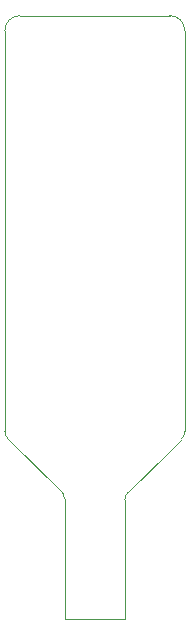
<source format=gbr>
%TF.GenerationSoftware,KiCad,Pcbnew,(5.1.9)-1*%
%TF.CreationDate,2021-02-02T14:52:02+11:00*%
%TF.ProjectId,Program-Conn,50726f67-7261-46d2-9d43-6f6e6e2e6b69,rev?*%
%TF.SameCoordinates,Original*%
%TF.FileFunction,Profile,NP*%
%FSLAX46Y46*%
G04 Gerber Fmt 4.6, Leading zero omitted, Abs format (unit mm)*
G04 Created by KiCad (PCBNEW (5.1.9)-1) date 2021-02-02 14:52:02*
%MOMM*%
%LPD*%
G01*
G04 APERTURE LIST*
%TA.AperFunction,Profile*%
%ADD10C,0.050000*%
%TD*%
G04 APERTURE END LIST*
D10*
X124274013Y-143325147D02*
G75*
G02*
X124460000Y-143774160I-449013J-449013D01*
G01*
X129540000Y-143880840D02*
G75*
G02*
X129803025Y-143245841I898024J0D01*
G01*
X133350000Y-102870000D02*
G75*
G02*
X134620000Y-104140000I0J-1270000D01*
G01*
X119380000Y-104140000D02*
G75*
G02*
X120650000Y-102870000I1270000J0D01*
G01*
X119380000Y-138059160D02*
G75*
G03*
X119643025Y-138694159I898024J0D01*
G01*
X134620000Y-138059160D02*
G75*
G02*
X134356975Y-138694159I-898024J0D01*
G01*
X124460000Y-143774160D02*
X124460000Y-153924000D01*
X119643025Y-138694159D02*
X124274013Y-143325147D01*
X119380000Y-104140000D02*
X119380000Y-138059160D01*
X133350000Y-102870000D02*
X120650000Y-102870000D01*
X134620000Y-138059160D02*
X134620000Y-104140000D01*
X133350000Y-139700000D02*
X134356975Y-138694159D01*
X129803025Y-143245841D02*
X133350000Y-139700000D01*
X129540000Y-153924000D02*
X129540000Y-143880840D01*
X124460000Y-153924000D02*
X129540000Y-153924000D01*
M02*

</source>
